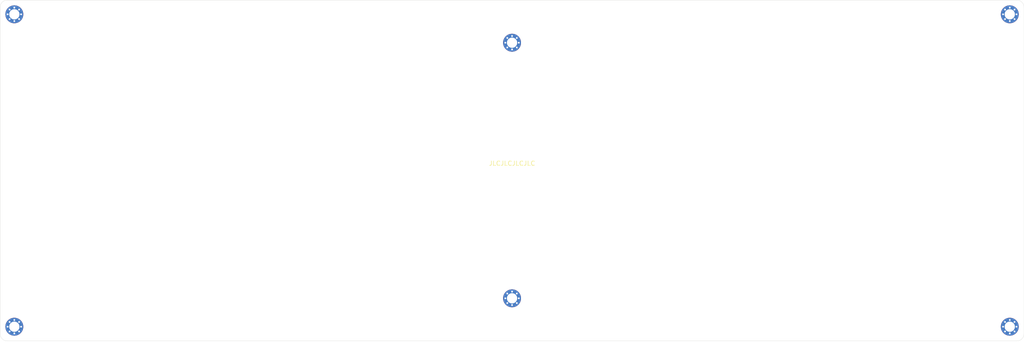
<source format=kicad_pcb>
(kicad_pcb (version 20171130) (host pcbnew "(5.1.4)-1")

  (general
    (thickness 1.6)
    (drawings 9)
    (tracks 0)
    (zones 0)
    (modules 7)
    (nets 1)
  )

  (page A4)
  (layers
    (0 F.Cu signal)
    (31 B.Cu signal)
    (32 B.Adhes user)
    (33 F.Adhes user)
    (34 B.Paste user)
    (35 F.Paste user)
    (36 B.SilkS user)
    (37 F.SilkS user)
    (38 B.Mask user)
    (39 F.Mask user)
    (40 Dwgs.User user)
    (41 Cmts.User user)
    (42 Eco1.User user)
    (43 Eco2.User user)
    (44 Edge.Cuts user)
    (45 Margin user)
    (46 B.CrtYd user)
    (47 F.CrtYd user)
    (48 B.Fab user)
    (49 F.Fab user)
  )

  (setup
    (last_trace_width 0.25)
    (trace_clearance 0.2)
    (zone_clearance 0.508)
    (zone_45_only no)
    (trace_min 0.2)
    (via_size 0.8)
    (via_drill 0.4)
    (via_min_size 0.4)
    (via_min_drill 0.3)
    (uvia_size 0.3)
    (uvia_drill 0.1)
    (uvias_allowed no)
    (uvia_min_size 0.2)
    (uvia_min_drill 0.1)
    (edge_width 0.05)
    (segment_width 0.2)
    (pcb_text_width 0.3)
    (pcb_text_size 1.5 1.5)
    (mod_edge_width 0.12)
    (mod_text_size 1 1)
    (mod_text_width 0.15)
    (pad_size 1.524 1.524)
    (pad_drill 0.762)
    (pad_to_mask_clearance 0.051)
    (solder_mask_min_width 0.25)
    (aux_axis_origin 0 0)
    (visible_elements 7FFFFFFF)
    (pcbplotparams
      (layerselection 0x010fc_ffffffff)
      (usegerberextensions false)
      (usegerberattributes false)
      (usegerberadvancedattributes false)
      (creategerberjobfile false)
      (excludeedgelayer true)
      (linewidth 0.100000)
      (plotframeref false)
      (viasonmask false)
      (mode 1)
      (useauxorigin false)
      (hpglpennumber 1)
      (hpglpenspeed 20)
      (hpglpendiameter 15.000000)
      (psnegative false)
      (psa4output false)
      (plotreference true)
      (plotvalue true)
      (plotinvisibletext false)
      (padsonsilk false)
      (subtractmaskfromsilk false)
      (outputformat 1)
      (mirror false)
      (drillshape 0)
      (scaleselection 1)
      (outputdirectory "gerbies/bottom/"))
  )

  (net 0 "")

  (net_class Default "This is the default net class."
    (clearance 0.2)
    (trace_width 0.25)
    (via_dia 0.8)
    (via_drill 0.4)
    (uvia_dia 0.3)
    (uvia_drill 0.1)
  )

  (module kbd:M2_Hole_NPTH_Outside (layer F.Cu) (tedit 5F1B9159) (tstamp 5F9648A8)
    (at 52.3875 44.45)
    (fp_text reference REF** (at 0 0.5) (layer F.SilkS) hide
      (effects (font (size 1 1) (thickness 0.15)))
    )
    (fp_text value M2_Hole_NPTH_Outside (at 0 -0.5) (layer F.Fab)
      (effects (font (size 1 1) (thickness 0.15)))
    )
    (pad "" np_thru_hole circle (at 0 0) (size 4 4) (drill 4) (layers *.Cu *.Mask))
  )

  (module kbd:M2_HOLE_v3 (layer F.Cu) (tedit 5F7666AF) (tstamp 5F964931)
    (at 46.0375 31.75)
    (descr "Mounting Hole 2.2mm, no annular, M2")
    (tags "mounting hole 2.2mm no annular m2")
    (attr virtual)
    (fp_text reference Ref** (at 0 -3.2) (layer F.SilkS) hide
      (effects (font (size 1 1) (thickness 0.15)))
    )
    (fp_text value Val** (at 0 3.2) (layer F.Fab)
      (effects (font (size 1 1) (thickness 0.15)))
    )
    (fp_circle (center 0 0) (end 2.45 0) (layer F.CrtYd) (width 0.05))
    (fp_circle (center 0 0) (end 2.2 0) (layer Cmts.User) (width 0.15))
    (fp_text user %R (at 0.3 0) (layer F.Fab)
      (effects (font (size 1 1) (thickness 0.15)))
    )
    (pad 1 thru_hole circle (at 1.06 -1.06) (size 0.5 0.5) (drill 0.4) (layers *.Cu *.Mask))
    (pad 1 thru_hole circle (at -1.06 -1.06) (size 0.5 0.5) (drill 0.4) (layers *.Cu *.Mask))
    (pad 1 thru_hole circle (at -1.06 1.06) (size 0.5 0.5) (drill 0.4) (layers *.Cu *.Mask))
    (pad 1 thru_hole circle (at 1.06 1.06) (size 0.5 0.5) (drill 0.4) (layers *.Cu *.Mask))
    (pad 1 thru_hole circle (at 0 -1.5) (size 0.5 0.5) (drill 0.4) (layers *.Cu *.Mask))
    (pad 1 thru_hole circle (at 0 1.5) (size 0.5 0.5) (drill 0.4) (layers *.Cu *.Mask))
    (pad 1 thru_hole circle (at -1.5 0) (size 0.5 0.5) (drill 0.4) (layers *.Cu *.Mask))
    (pad 1 thru_hole circle (at 1.5 0) (size 0.5 0.5) (drill 0.4) (layers *.Cu *.Mask))
    (pad 1 thru_hole circle (at 0 0) (size 4 4) (drill 2.3) (layers *.Cu *.Mask))
  )

  (module kbd:M2_HOLE_v3 (layer F.Cu) (tedit 5F7666AF) (tstamp 5F9648E4)
    (at 157.1625 38.1)
    (descr "Mounting Hole 2.2mm, no annular, M2")
    (tags "mounting hole 2.2mm no annular m2")
    (attr virtual)
    (fp_text reference Ref** (at 0 -3.2) (layer F.SilkS) hide
      (effects (font (size 1 1) (thickness 0.15)))
    )
    (fp_text value Val** (at 0 3.2) (layer F.Fab)
      (effects (font (size 1 1) (thickness 0.15)))
    )
    (fp_circle (center 0 0) (end 2.45 0) (layer F.CrtYd) (width 0.05))
    (fp_circle (center 0 0) (end 2.2 0) (layer Cmts.User) (width 0.15))
    (fp_text user %R (at 0.3 0) (layer F.Fab)
      (effects (font (size 1 1) (thickness 0.15)))
    )
    (pad 1 thru_hole circle (at 1.06 -1.06) (size 0.5 0.5) (drill 0.4) (layers *.Cu *.Mask))
    (pad 1 thru_hole circle (at -1.06 -1.06) (size 0.5 0.5) (drill 0.4) (layers *.Cu *.Mask))
    (pad 1 thru_hole circle (at -1.06 1.06) (size 0.5 0.5) (drill 0.4) (layers *.Cu *.Mask))
    (pad 1 thru_hole circle (at 1.06 1.06) (size 0.5 0.5) (drill 0.4) (layers *.Cu *.Mask))
    (pad 1 thru_hole circle (at 0 -1.5) (size 0.5 0.5) (drill 0.4) (layers *.Cu *.Mask))
    (pad 1 thru_hole circle (at 0 1.5) (size 0.5 0.5) (drill 0.4) (layers *.Cu *.Mask))
    (pad 1 thru_hole circle (at -1.5 0) (size 0.5 0.5) (drill 0.4) (layers *.Cu *.Mask))
    (pad 1 thru_hole circle (at 1.5 0) (size 0.5 0.5) (drill 0.4) (layers *.Cu *.Mask))
    (pad 1 thru_hole circle (at 0 0) (size 4 4) (drill 2.3) (layers *.Cu *.Mask))
  )

  (module kbd:M2_HOLE_v3 (layer F.Cu) (tedit 5F7666AF) (tstamp 5F964880)
    (at 268.2875 31.75)
    (descr "Mounting Hole 2.2mm, no annular, M2")
    (tags "mounting hole 2.2mm no annular m2")
    (attr virtual)
    (fp_text reference Ref** (at 0 -3.2) (layer F.SilkS) hide
      (effects (font (size 1 1) (thickness 0.15)))
    )
    (fp_text value Val** (at 0 3.2) (layer F.Fab)
      (effects (font (size 1 1) (thickness 0.15)))
    )
    (fp_circle (center 0 0) (end 2.45 0) (layer F.CrtYd) (width 0.05))
    (fp_circle (center 0 0) (end 2.2 0) (layer Cmts.User) (width 0.15))
    (fp_text user %R (at 0.3 0) (layer F.Fab)
      (effects (font (size 1 1) (thickness 0.15)))
    )
    (pad 1 thru_hole circle (at 1.06 -1.06) (size 0.5 0.5) (drill 0.4) (layers *.Cu *.Mask))
    (pad 1 thru_hole circle (at -1.06 -1.06) (size 0.5 0.5) (drill 0.4) (layers *.Cu *.Mask))
    (pad 1 thru_hole circle (at -1.06 1.06) (size 0.5 0.5) (drill 0.4) (layers *.Cu *.Mask))
    (pad 1 thru_hole circle (at 1.06 1.06) (size 0.5 0.5) (drill 0.4) (layers *.Cu *.Mask))
    (pad 1 thru_hole circle (at 0 -1.5) (size 0.5 0.5) (drill 0.4) (layers *.Cu *.Mask))
    (pad 1 thru_hole circle (at 0 1.5) (size 0.5 0.5) (drill 0.4) (layers *.Cu *.Mask))
    (pad 1 thru_hole circle (at -1.5 0) (size 0.5 0.5) (drill 0.4) (layers *.Cu *.Mask))
    (pad 1 thru_hole circle (at 1.5 0) (size 0.5 0.5) (drill 0.4) (layers *.Cu *.Mask))
    (pad 1 thru_hole circle (at 0 0) (size 4 4) (drill 2.3) (layers *.Cu *.Mask))
  )

  (module kbd:M2_HOLE_v3 (layer F.Cu) (tedit 5F7666AF) (tstamp 5F96481C)
    (at 268.2875 101.6)
    (descr "Mounting Hole 2.2mm, no annular, M2")
    (tags "mounting hole 2.2mm no annular m2")
    (attr virtual)
    (fp_text reference Ref** (at 0 -3.2) (layer F.SilkS) hide
      (effects (font (size 1 1) (thickness 0.15)))
    )
    (fp_text value Val** (at 0 3.2) (layer F.Fab)
      (effects (font (size 1 1) (thickness 0.15)))
    )
    (fp_circle (center 0 0) (end 2.45 0) (layer F.CrtYd) (width 0.05))
    (fp_circle (center 0 0) (end 2.2 0) (layer Cmts.User) (width 0.15))
    (fp_text user %R (at 0.3 0) (layer F.Fab)
      (effects (font (size 1 1) (thickness 0.15)))
    )
    (pad 1 thru_hole circle (at 1.06 -1.06) (size 0.5 0.5) (drill 0.4) (layers *.Cu *.Mask))
    (pad 1 thru_hole circle (at -1.06 -1.06) (size 0.5 0.5) (drill 0.4) (layers *.Cu *.Mask))
    (pad 1 thru_hole circle (at -1.06 1.06) (size 0.5 0.5) (drill 0.4) (layers *.Cu *.Mask))
    (pad 1 thru_hole circle (at 1.06 1.06) (size 0.5 0.5) (drill 0.4) (layers *.Cu *.Mask))
    (pad 1 thru_hole circle (at 0 -1.5) (size 0.5 0.5) (drill 0.4) (layers *.Cu *.Mask))
    (pad 1 thru_hole circle (at 0 1.5) (size 0.5 0.5) (drill 0.4) (layers *.Cu *.Mask))
    (pad 1 thru_hole circle (at -1.5 0) (size 0.5 0.5) (drill 0.4) (layers *.Cu *.Mask))
    (pad 1 thru_hole circle (at 1.5 0) (size 0.5 0.5) (drill 0.4) (layers *.Cu *.Mask))
    (pad 1 thru_hole circle (at 0 0) (size 4 4) (drill 2.3) (layers *.Cu *.Mask))
  )

  (module kbd:M2_HOLE_v3 (layer F.Cu) (tedit 5F7666AF) (tstamp 5F9647B8)
    (at 157.1625 95.25)
    (descr "Mounting Hole 2.2mm, no annular, M2")
    (tags "mounting hole 2.2mm no annular m2")
    (attr virtual)
    (fp_text reference Ref** (at 0 -3.2) (layer F.SilkS) hide
      (effects (font (size 1 1) (thickness 0.15)))
    )
    (fp_text value Val** (at 0 3.2) (layer F.Fab)
      (effects (font (size 1 1) (thickness 0.15)))
    )
    (fp_circle (center 0 0) (end 2.45 0) (layer F.CrtYd) (width 0.05))
    (fp_circle (center 0 0) (end 2.2 0) (layer Cmts.User) (width 0.15))
    (fp_text user %R (at 0.3 0) (layer F.Fab)
      (effects (font (size 1 1) (thickness 0.15)))
    )
    (pad 1 thru_hole circle (at 1.06 -1.06) (size 0.5 0.5) (drill 0.4) (layers *.Cu *.Mask))
    (pad 1 thru_hole circle (at -1.06 -1.06) (size 0.5 0.5) (drill 0.4) (layers *.Cu *.Mask))
    (pad 1 thru_hole circle (at -1.06 1.06) (size 0.5 0.5) (drill 0.4) (layers *.Cu *.Mask))
    (pad 1 thru_hole circle (at 1.06 1.06) (size 0.5 0.5) (drill 0.4) (layers *.Cu *.Mask))
    (pad 1 thru_hole circle (at 0 -1.5) (size 0.5 0.5) (drill 0.4) (layers *.Cu *.Mask))
    (pad 1 thru_hole circle (at 0 1.5) (size 0.5 0.5) (drill 0.4) (layers *.Cu *.Mask))
    (pad 1 thru_hole circle (at -1.5 0) (size 0.5 0.5) (drill 0.4) (layers *.Cu *.Mask))
    (pad 1 thru_hole circle (at 1.5 0) (size 0.5 0.5) (drill 0.4) (layers *.Cu *.Mask))
    (pad 1 thru_hole circle (at 0 0) (size 4 4) (drill 2.3) (layers *.Cu *.Mask))
  )

  (module kbd:M2_HOLE_v3 (layer F.Cu) (tedit 5F7666AF) (tstamp 5F96476B)
    (at 46.0375 101.6)
    (descr "Mounting Hole 2.2mm, no annular, M2")
    (tags "mounting hole 2.2mm no annular m2")
    (attr virtual)
    (fp_text reference Ref** (at 0 -3.2) (layer F.SilkS) hide
      (effects (font (size 1 1) (thickness 0.15)))
    )
    (fp_text value Val** (at 0 3.2) (layer F.Fab)
      (effects (font (size 1 1) (thickness 0.15)))
    )
    (fp_circle (center 0 0) (end 2.45 0) (layer F.CrtYd) (width 0.05))
    (fp_circle (center 0 0) (end 2.2 0) (layer Cmts.User) (width 0.15))
    (fp_text user %R (at 0.3 0) (layer F.Fab)
      (effects (font (size 1 1) (thickness 0.15)))
    )
    (pad 1 thru_hole circle (at 1.06 -1.06) (size 0.5 0.5) (drill 0.4) (layers *.Cu *.Mask))
    (pad 1 thru_hole circle (at -1.06 -1.06) (size 0.5 0.5) (drill 0.4) (layers *.Cu *.Mask))
    (pad 1 thru_hole circle (at -1.06 1.06) (size 0.5 0.5) (drill 0.4) (layers *.Cu *.Mask))
    (pad 1 thru_hole circle (at 1.06 1.06) (size 0.5 0.5) (drill 0.4) (layers *.Cu *.Mask))
    (pad 1 thru_hole circle (at 0 -1.5) (size 0.5 0.5) (drill 0.4) (layers *.Cu *.Mask))
    (pad 1 thru_hole circle (at 0 1.5) (size 0.5 0.5) (drill 0.4) (layers *.Cu *.Mask))
    (pad 1 thru_hole circle (at -1.5 0) (size 0.5 0.5) (drill 0.4) (layers *.Cu *.Mask))
    (pad 1 thru_hole circle (at 1.5 0) (size 0.5 0.5) (drill 0.4) (layers *.Cu *.Mask))
    (pad 1 thru_hole circle (at 0 0) (size 4 4) (drill 2.3) (layers *.Cu *.Mask))
  )

  (gr_text JLCJLCJLCJLC (at 157.1625 65.0875) (layer F.SilkS)
    (effects (font (size 1 1) (thickness 0.15)))
  )
  (gr_line (start 44.45 28.575) (end 269.875 28.575) (layer Edge.Cuts) (width 0.05) (tstamp 5F96FE09))
  (gr_line (start 42.8625 103.1875) (end 42.8625 30.1625) (layer Edge.Cuts) (width 0.05) (tstamp 5F96FE08))
  (gr_line (start 269.875 104.775) (end 44.45 104.775) (layer Edge.Cuts) (width 0.05) (tstamp 5F96FE07))
  (gr_line (start 271.4625 30.1625) (end 271.4625 103.1875) (layer Edge.Cuts) (width 0.05) (tstamp 5F96FE06))
  (gr_arc (start 269.875 30.1625) (end 271.4625 30.1625) (angle -90) (layer Edge.Cuts) (width 0.05))
  (gr_arc (start 269.875 103.1875) (end 269.875 104.775) (angle -90) (layer Edge.Cuts) (width 0.05))
  (gr_arc (start 44.45 103.1875) (end 42.8625 103.1875) (angle -90) (layer Edge.Cuts) (width 0.05))
  (gr_arc (start 44.45 30.1625) (end 44.45 28.575) (angle -90) (layer Edge.Cuts) (width 0.05))

)

</source>
